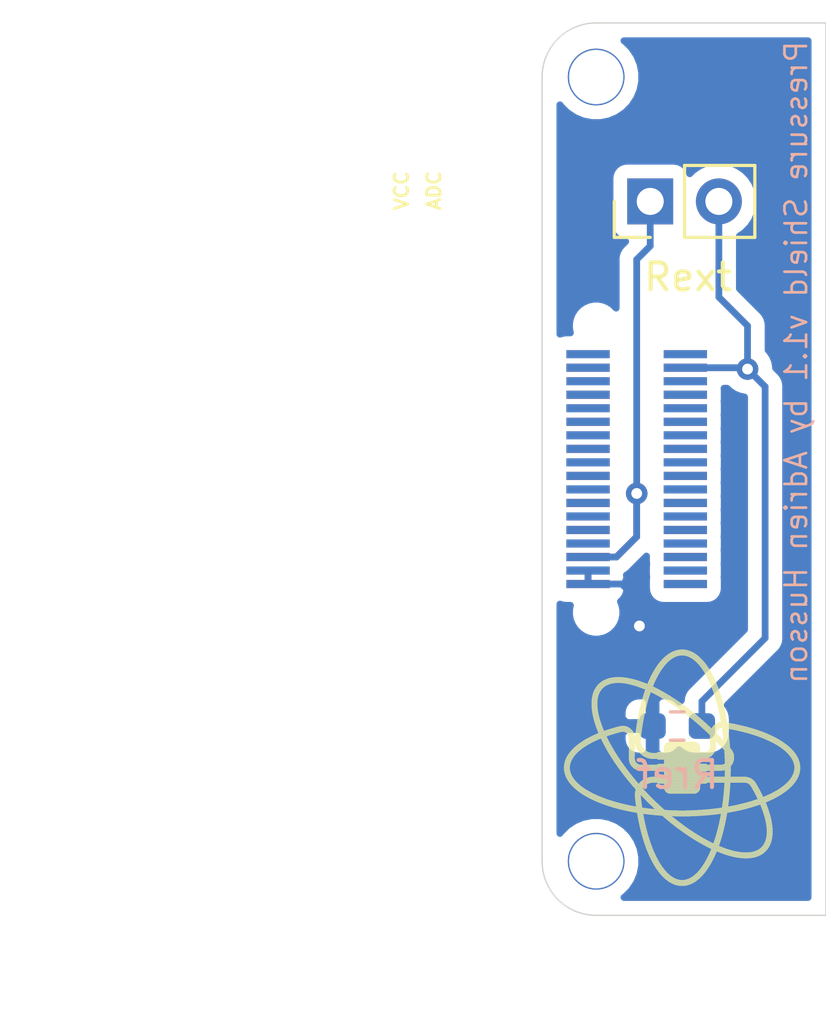
<source format=kicad_pcb>
(kicad_pcb (version 20171130) (host pcbnew "(5.1.10)-1")
  (title_block (title "Movuino Shield Pressure") (date 2021-09-23) (rev 1.0) (company CRI) (comment 1 "Adrien Husson"))
  (layers (0 F.Cu signal) (31 B.Cu signal hide) (34 B.Paste user hide) (35 F.Paste user) (36 B.SilkS user hide) (37 F.SilkS user) (38 B.Mask user hide) (39 F.Mask user) (44 Edge.Cuts user))
  (net 0 "")
  (net 1 /ADC)
  (net 2 VCC)
  (net 3 GND)
  (net 4 "Net-(J3-Pad35)")
  (net 5 "Net-(J3-Pad2)")
  (net 6 "Net-(J3-Pad33)")
  (net 7 "Net-(J3-Pad31)")
  (net 8 "Net-(J3-Pad30)")
  (net 9 "Net-(J3-Pad29)")
  (net 10 "Net-(J3-Pad28)")
  (net 11 "Net-(J3-Pad27)")
  (net 12 "Net-(J3-Pad26)")
  (net 13 "Net-(J3-Pad25)")
  (net 14 "Net-(J3-Pad24)")
  (net 15 "Net-(J3-Pad23)")
  (net 16 "Net-(J3-Pad22)")
  (net 17 "Net-(J3-Pad21)")
  (net 18 "Net-(J3-Pad20)")
  (net 19 "Net-(J3-Pad19)")
  (net 20 "Net-(J3-Pad18)")
  (net 21 "Net-(J3-Pad17)")
  (net 22 "Net-(J3-Pad16)")
  (net 23 "Net-(J3-Pad15)")
  (net 24 "Net-(J3-Pad14)")
  (net 25 "Net-(J3-Pad13)")
  (net 26 "Net-(J3-Pad12)")
  (net 27 "Net-(J3-Pad11)")
  (net 28 "Net-(J3-Pad10)")
  (net 29 "Net-(J3-Pad9)")
  (net 30 "Net-(J3-Pad8)")
  (net 31 "Net-(J3-Pad7)")
  (net 32 "Net-(J3-Pad6)")
  (net 33 "Net-(J3-Pad5)")
  (net 34 "Net-(J3-Pad4)")
  (net 35 "Net-(J1-Pad30)")
  (net 36 "Net-(J1-Pad29)")
  (net 37 "Net-(J1-Pad28)")
  (net 38 "Net-(J1-Pad27)")
  (net 39 "Net-(J1-Pad26)")
  (net 40 "Net-(J1-Pad25)")
  (net 41 "Net-(J1-Pad24)")
  (net 42 "Net-(J1-Pad23)")
  (net 43 "Net-(J1-Pad22)")
  (net 44 "Net-(J1-Pad21)")
  (net 45 "Net-(J1-Pad20)")
  (net 46 "Net-(J1-Pad19)")
  (net 47 "Net-(J1-Pad18)")
  (net 48 "Net-(J1-Pad17)")
  (net 49 "Net-(J1-Pad16)")
  (net 50 "Net-(J1-Pad15)")
  (net 51 "Net-(J1-Pad14)")
  (net 52 "Net-(J1-Pad13)")
  (net 53 "Net-(J1-Pad12)")
  (net 54 "Net-(J1-Pad11)")
  (net 55 "Net-(J1-Pad10)")
  (net 56 "Net-(J1-Pad9)")
  (net 57 "Net-(J1-Pad8)")
  (net 58 "Net-(J1-Pad7)")
  (net 59 "Net-(J1-Pad6)")
  (net 60 "Net-(J1-Pad5)")
  (net 61 "Net-(J1-Pad3)")
  (net 62 "Net-(J1-Pad1)")
  (net 63 "Net-(J1-Pad36)")
  (net 64 "Net-(J1-Pad34)")
  (net 65 "Net-(J1-Pad32)")
  (net 66 "Net-(J1-Pad2)")
  (net 67 "Net-(J3-Pad1)")
  (module MovuinoESP8266:LOGO-NoName_MOVUINO_BMP_11MM-TOP (layer F.Cu) (at 104.8 57.2)
    (fp_text reference U$8 hide)
    (fp_text value LOGO_MOVUINOBOTTOM_11MM hide)
  )
  (module MovuinoESP8266:DF12-36-DP-NL-noPad (layer F.Cu) (at 103.5 46.5 270)
    (fp_text reference J1 hide)
    (fp_text value DF12-36NOLEGS-FEMALE hide)
    (pad 35 smd rect (at 4.25 1.8001 270) (size 0.3 1.6) (layers F.Cu F.Mask) (net 3 GND))
    (pad 1 smd rect (at -4.25 1.8001 270) (size 0.3 1.6) (layers F.Cu F.Mask) (net 62 "Net-(J1-Pad1)"))
    (pad 2 smd rect (at -4.25 -1.8001 270) (size 0.3 1.6) (layers F.Cu F.Mask) (net 66 "Net-(J1-Pad2)"))
    (pad 36 smd rect (at 4.25 -1.8001 270) (size 0.3 1.6) (layers F.Cu F.Mask) (net 63 "Net-(J1-Pad36)"))
    (pad 34 smd rect (at 3.75 -1.8001 270) (size 0.3 1.6) (layers F.Cu F.Mask) (net 64 "Net-(J1-Pad34)"))
    (pad 33 smd rect (at 3.75 1.8001 270) (size 0.3 1.6) (layers F.Cu F.Mask) (net 3 GND))
    (pad 32 smd rect (at 3.25 -1.8001 270) (size 0.3 1.6) (layers F.Cu F.Mask) (net 65 "Net-(J1-Pad32)"))
    (pad 31 smd rect (at 3.25 1.8001 270) (size 0.3 1.6) (layers F.Cu F.Mask) (net 2 VCC))
    (pad 30 smd rect (at 2.75 -1.8001 270) (size 0.3 1.6) (layers F.Cu F.Mask) (net 35 "Net-(J1-Pad30)"))
    (pad 29 smd rect (at 2.75 1.8001 270) (size 0.3 1.6) (layers F.Cu F.Mask) (net 36 "Net-(J1-Pad29)"))
    (pad 28 smd rect (at 2.25 -1.8001 270) (size 0.3 1.6) (layers F.Cu F.Mask) (net 37 "Net-(J1-Pad28)"))
    (pad 27 smd rect (at 2.25 1.8001 270) (size 0.3 1.6) (layers F.Cu F.Mask) (net 38 "Net-(J1-Pad27)"))
    (pad 26 smd rect (at 1.75 -1.8001 270) (size 0.3 1.6) (layers F.Cu F.Mask) (net 39 "Net-(J1-Pad26)"))
    (pad 25 smd rect (at 1.75 1.8001 270) (size 0.3 1.6) (layers F.Cu F.Mask) (net 40 "Net-(J1-Pad25)"))
    (pad 24 smd rect (at 1.25 -1.8001 270) (size 0.3 1.6) (layers F.Cu F.Mask) (net 41 "Net-(J1-Pad24)"))
    (pad 23 smd rect (at 1.25 1.8001 270) (size 0.3 1.6) (layers F.Cu F.Mask) (net 42 "Net-(J1-Pad23)"))
    (pad 22 smd rect (at 0.75 -1.8001 270) (size 0.3 1.6) (layers F.Cu F.Mask) (net 43 "Net-(J1-Pad22)"))
    (pad 21 smd rect (at 0.75 1.8001 270) (size 0.3 1.6) (layers F.Cu F.Mask) (net 44 "Net-(J1-Pad21)"))
    (pad 20 smd rect (at 0.25 -1.8001 270) (size 0.3 1.6) (layers F.Cu F.Mask) (net 45 "Net-(J1-Pad20)"))
    (pad 19 smd rect (at 0.25 1.8001 270) (size 0.3 1.6) (layers F.Cu F.Mask) (net 46 "Net-(J1-Pad19)"))
    (pad 18 smd rect (at -0.25 -1.8001 270) (size 0.3 1.6) (layers F.Cu F.Mask) (net 47 "Net-(J1-Pad18)"))
    (pad 17 smd rect (at -0.25 1.8001 270) (size 0.3 1.6) (layers F.Cu F.Mask) (net 48 "Net-(J1-Pad17)"))
    (pad 16 smd rect (at -0.75 -1.8001 270) (size 0.3 1.6) (layers F.Cu F.Mask) (net 49 "Net-(J1-Pad16)"))
    (pad 15 smd rect (at -0.75 1.8001 270) (size 0.3 1.6) (layers F.Cu F.Mask) (net 50 "Net-(J1-Pad15)"))
    (pad 14 smd rect (at -1.25 -1.8001 270) (size 0.3 1.6) (layers F.Cu F.Mask) (net 51 "Net-(J1-Pad14)"))
    (pad 13 smd rect (at -1.25 1.8001 270) (size 0.3 1.6) (layers F.Cu F.Mask) (net 52 "Net-(J1-Pad13)"))
    (pad 12 smd rect (at -1.75 -1.8001 270) (size 0.3 1.6) (layers F.Cu F.Mask) (net 53 "Net-(J1-Pad12)"))
    (pad 11 smd rect (at -1.75 1.8001 270) (size 0.3 1.6) (layers F.Cu F.Mask) (net 54 "Net-(J1-Pad11)"))
    (pad 10 smd rect (at -2.25 -1.8001 270) (size 0.3 1.6) (layers F.Cu F.Mask) (net 55 "Net-(J1-Pad10)"))
    (pad 9 smd rect (at -2.25 1.8001 270) (size 0.3 1.6) (layers F.Cu F.Mask) (net 56 "Net-(J1-Pad9)"))
    (pad 8 smd rect (at -2.75 -1.8001 270) (size 0.3 1.6) (layers F.Cu F.Mask) (net 57 "Net-(J1-Pad8)"))
    (pad 7 smd rect (at -2.75 1.8001 270) (size 0.3 1.6) (layers F.Cu F.Mask) (net 58 "Net-(J1-Pad7)"))
    (pad 6 smd rect (at -3.25 -1.8001 270) (size 0.3 1.6) (layers F.Cu F.Mask) (net 59 "Net-(J1-Pad6)"))
    (pad 5 smd rect (at -3.25 1.8001 270) (size 0.3 1.6) (layers F.Cu F.Mask) (net 60 "Net-(J1-Pad5)"))
    (pad 4 smd rect (at -3.75 -1.8001 270) (size 0.3 1.6) (layers F.Cu F.Mask) (net 1 /ADC))
    (pad 3 smd rect (at -3.75 1.8001 270) (size 0.3 1.6) (layers F.Cu F.Mask) (net 61 "Net-(J1-Pad3)"))
  )
  (module MountingHole:MountingHole_2.1mm (layer F.Cu) (at 102 32)
    (fp_text reference REF** hide)
    (fp_text value MountingHole_2.1mm)
    (pad "" np_thru_hole circle (at 0 0) (size 2.1 2.1) (drill 2) (layers *.Cu B.Mask))
  )
  (module MountingHole:MountingHole_2.1mm (layer F.Cu) (at 102 61)
    (fp_text reference REF** hide)
    (fp_text value MountingHole_2.1mm)
    (pad "" np_thru_hole circle (at 0 0) (size 2.1 2.1) (drill 2) (layers *.Cu *.Mask))
  )
  (module Connector_PinHeader_2.54mm:PinHeader_1x02_P2.54mm_Vertical (layer F.Cu) (at 104 36.6 90)
    (fp_text reference J2 hide)
    (fp_text value Rext (at -2.8 1.4 180) (layer F.SilkS))
    (pad 2 thru_hole oval (at 0 2.54 90) (size 1.7 1.7) (drill 1) (layers *.Cu *.Mask) (net 1 /ADC))
    (pad 1 thru_hole rect (at 0 0 90) (size 1.7 1.7) (drill 1) (layers *.Cu *.Mask) (net 2 VCC))
  )
  (module MovuinoESP8266:DF12-36-DP-NL (layer B.Cu) (at 103.5 46.5 270)
    (fp_text reference J3 hide)
    (fp_text value DF12-36NOLEGS-MALE hide)
    (pad 3 smd rect (at -3.75 -1.8001 270) (size 0.3 1.6) (layers B.Cu B.Mask) (net 1 /ADC))
    (pad 4 smd rect (at -3.75 1.8001 270) (size 0.3 1.6) (layers B.Cu B.Mask) (net 34 "Net-(J3-Pad4)"))
    (pad 5 smd rect (at -3.25 -1.8001 270) (size 0.3 1.6) (layers B.Cu B.Mask) (net 33 "Net-(J3-Pad5)"))
    (pad 6 smd rect (at -3.25 1.8001 270) (size 0.3 1.6) (layers B.Cu B.Mask) (net 32 "Net-(J3-Pad6)"))
    (pad 7 smd rect (at -2.75 -1.8001 270) (size 0.3 1.6) (layers B.Cu B.Mask) (net 31 "Net-(J3-Pad7)"))
    (pad 8 smd rect (at -2.75 1.8001 270) (size 0.3 1.6) (layers B.Cu B.Mask) (net 30 "Net-(J3-Pad8)"))
    (pad 9 smd rect (at -2.25 -1.8001 270) (size 0.3 1.6) (layers B.Cu B.Mask) (net 29 "Net-(J3-Pad9)"))
    (pad 10 smd rect (at -2.25 1.8001 270) (size 0.3 1.6) (layers B.Cu B.Mask) (net 28 "Net-(J3-Pad10)"))
    (pad 11 smd rect (at -1.75 -1.8001 270) (size 0.3 1.6) (layers B.Cu B.Mask) (net 27 "Net-(J3-Pad11)"))
    (pad 12 smd rect (at -1.75 1.8001 270) (size 0.3 1.6) (layers B.Cu B.Mask) (net 26 "Net-(J3-Pad12)"))
    (pad 13 smd rect (at -1.25 -1.8001 270) (size 0.3 1.6) (layers B.Cu B.Mask) (net 25 "Net-(J3-Pad13)"))
    (pad 14 smd rect (at -1.25 1.8001 270) (size 0.3 1.6) (layers B.Cu B.Mask) (net 24 "Net-(J3-Pad14)"))
    (pad 15 smd rect (at -0.75 -1.8001 270) (size 0.3 1.6) (layers B.Cu B.Mask) (net 23 "Net-(J3-Pad15)"))
    (pad 16 smd rect (at -0.75 1.8001 270) (size 0.3 1.6) (layers B.Cu B.Mask) (net 22 "Net-(J3-Pad16)"))
    (pad 17 smd rect (at -0.25 -1.8001 270) (size 0.3 1.6) (layers B.Cu B.Mask) (net 21 "Net-(J3-Pad17)"))
    (pad 18 smd rect (at -0.25 1.8001 270) (size 0.3 1.6) (layers B.Cu B.Mask) (net 20 "Net-(J3-Pad18)"))
    (pad 19 smd rect (at 0.25 -1.8001 270) (size 0.3 1.6) (layers B.Cu B.Mask) (net 19 "Net-(J3-Pad19)"))
    (pad 20 smd rect (at 0.25 1.8001 270) (size 0.3 1.6) (layers B.Cu B.Mask) (net 18 "Net-(J3-Pad20)"))
    (pad 21 smd rect (at 0.75 -1.8001 270) (size 0.3 1.6) (layers B.Cu B.Mask) (net 17 "Net-(J3-Pad21)"))
    (pad 22 smd rect (at 0.75 1.8001 270) (size 0.3 1.6) (layers B.Cu B.Mask) (net 16 "Net-(J3-Pad22)"))
    (pad 23 smd rect (at 1.25 -1.8001 270) (size 0.3 1.6) (layers B.Cu B.Mask) (net 15 "Net-(J3-Pad23)"))
    (pad 24 smd rect (at 1.25 1.8001 270) (size 0.3 1.6) (layers B.Cu B.Mask) (net 14 "Net-(J3-Pad24)"))
    (pad 25 smd rect (at 1.75 -1.8001 270) (size 0.3 1.6) (layers B.Cu B.Mask) (net 13 "Net-(J3-Pad25)"))
    (pad 26 smd rect (at 1.75 1.8001 270) (size 0.3 1.6) (layers B.Cu B.Mask) (net 12 "Net-(J3-Pad26)"))
    (pad 27 smd rect (at 2.25 -1.8001 270) (size 0.3 1.6) (layers B.Cu B.Mask) (net 11 "Net-(J3-Pad27)"))
    (pad 28 smd rect (at 2.25 1.8001 270) (size 0.3 1.6) (layers B.Cu B.Mask) (net 10 "Net-(J3-Pad28)"))
    (pad 29 smd rect (at 2.75 -1.8001 270) (size 0.3 1.6) (layers B.Cu B.Mask) (net 9 "Net-(J3-Pad29)"))
    (pad 30 smd rect (at 2.75 1.8001 270) (size 0.3 1.6) (layers B.Cu B.Mask) (net 8 "Net-(J3-Pad30)"))
    (pad 31 smd rect (at 3.25 -1.8001 270) (size 0.3 1.6) (layers B.Cu B.Mask) (net 7 "Net-(J3-Pad31)"))
    (pad 32 smd rect (at 3.25 1.8001 270) (size 0.3 1.6) (layers B.Cu B.Mask) (net 2 VCC))
    (pad 33 smd rect (at 3.75 -1.8001 270) (size 0.3 1.6) (layers B.Cu B.Mask) (net 6 "Net-(J3-Pad33)"))
    (pad 34 smd rect (at 3.75 1.8001 270) (size 0.3 1.6) (layers B.Cu B.Mask) (net 3 GND))
    (pad 36 smd rect (at 4.25 1.8001 270) (size 0.3 1.6) (layers B.Cu B.Mask) (net 3 GND))
    (pad 2 smd rect (at -4.25 1.8001 270) (size 0.3 1.6) (layers B.Cu B.Mask) (net 5 "Net-(J3-Pad2)"))
    (pad 1 smd rect (at -4.25 -1.8001 270) (size 0.3 1.6) (layers B.Cu B.Mask) (net 67 "Net-(J3-Pad1)"))
    (pad 35 smd rect (at 4.25 -1.8001 270) (size 0.3 1.6) (layers B.Cu B.Mask) (net 4 "Net-(J3-Pad35)"))
    (pad "" np_thru_hole circle (at -5.3 1.5 270) (size 0.7 0.7) (drill 0.7) (layers *.Cu *.Mask))
    (pad "" np_thru_hole circle (at 5.3 1.5 270) (size 0.7 0.7) (drill 0.7) (layers *.Cu *.Mask))
  )
  (module Resistor_SMD:R_0603_1608Metric_Pad0.98x0.95mm_HandSolder (layer B.Cu) (at 105 56 180)
    (fp_text reference Rref (at 0 -1.8) (layer B.SilkS) (effects (justify mirror)))
    (fp_text value "330 Ohm")
    (pad 2 smd roundrect (at 0.9125 0 180) (size 0.975 0.95) (layers B.Cu B.Paste B.Mask) (net 3 GND))
    (pad 1 smd roundrect (at -0.9125 0 180) (size 0.975 0.95) (layers B.Cu B.Paste B.Mask) (net 1 /ADC))
  )
  (gr_text "Pressure Shield v1.1 by Adrien Husson" (at 109.4 30.6 90) (layer B.SilkS) (effects (font (size 0.8 0.8) (thickness 0.1)) (justify left mirror)))
  (gr_text ADC (at 96 36.2 90) (layer F.SilkS) (effects (font (size 0.5 0.5) (thickness 0.1))))
  (gr_text VCC (at 94.8 36.2 90) (layer F.SilkS) (effects (font (size 0.5 0.5) (thickness 0.1))))
  (gr_arc (start 102 61) (end 100 61) (angle -90) (layer Edge.Cuts) (width 0.05))
  (gr_line (start 102 30) (end 110.5 30) (layer Edge.Cuts) (width 0.05))
  (gr_arc (start 102 32) (end 102 30) (angle -90) (layer Edge.Cuts) (width 0.05))
  (gr_line (start 100 32) (end 100 61) (layer Edge.Cuts) (width 0.05))
  (gr_line (start 110.5 63) (end 102 63) (layer Edge.Cuts) (width 0.05))
  (gr_line (start 110.5 30) (end 110.5 63) (layer Edge.Cuts) (width 0.05))
  (via (at 107.6 42.8) (size 0.8) (drill 0.4) (layers F.Cu B.Cu) (net 1))
  (segment (start 107.55 42.75) (end 107.6 42.8) (width 0.25) (layer B.Cu) (net 1))
  (segment (start 105.9001 42.75) (end 107.55 42.75) (width 0.25) (layer B.Cu) (net 1))
  (segment (start 107.6 41.2) (end 107.6 42.8) (width 0.25) (layer B.Cu) (net 1))
  (segment (start 106.54 40.14) (end 107.6 41.2) (width 0.25) (layer B.Cu) (net 1))
  (segment (start 105.9125 55.0875) (end 105.9125 56) (width 0.25) (layer B.Cu) (net 1))
  (segment (start 108.25 52.75) (end 105.9125 55.0875) (width 0.25) (layer B.Cu) (net 1))
  (segment (start 108.25 43.45) (end 108.25 52.75) (width 0.25) (layer B.Cu) (net 1))
  (segment (start 107.6 42.8) (end 108.25 43.45) (width 0.25) (layer B.Cu) (net 1))
  (segment (start 107.55 42.75) (end 107.6 42.8) (width 0.25) (layer F.Cu) (net 1))
  (segment (start 105.3001 42.75) (end 107.55 42.75) (width 0.25) (layer F.Cu) (net 1))
  (segment (start 106.54 40.14) (end 106.54 36.6) (width 0.25) (layer B.Cu) (net 1))
  (segment (start 101.6999 49.75) (end 102.75 49.75) (width 0.25) (layer B.Cu) (net 2))
  (segment (start 102.75 49.75) (end 103.5 49) (width 0.25) (layer B.Cu) (net 2))
  (segment (start 103.5 47.4) (end 103.5 38.75) (width 0.25) (layer B.Cu) (net 2))
  (segment (start 101.6999 49.75) (end 102.7499 49.75) (width 0.25) (layer F.Cu) (net 2))
  (segment (start 102.7499 49.75) (end 103.5 48.9999) (width 0.25) (layer F.Cu) (net 2))
  (segment (start 103.5 48.9999) (end 103.5 47.4) (width 0.25) (layer F.Cu) (net 2))
  (via (at 103.5 47.4) (size 0.8) (drill 0.4) (layers F.Cu B.Cu) (net 2))
  (segment (start 103.5 49) (end 103.5 47.4) (width 0.25) (layer B.Cu) (net 2))
  (segment (start 103.5 38.75) (end 104 38.25) (width 0.25) (layer B.Cu) (net 2))
  (segment (start 104 38.25) (end 104 36.6) (width 0.25) (layer B.Cu) (net 2))
  (segment (start 101.6999 50.75) (end 103.25 50.75) (width 0.25) (layer B.Cu) (net 3))
  (segment (start 101.6999 50.25) (end 101.6999 50.75) (width 0.25) (layer B.Cu) (net 3))
  (segment (start 101.6999 50.25) (end 101.6999 50.75) (width 0.25) (layer F.Cu) (net 3))
  (segment (start 101.6999 50.75) (end 103.25 50.75) (width 0.25) (layer F.Cu) (net 3))
  (via (at 103.6 52.3) (size 0.8) (drill 0.4) (layers F.Cu B.Cu) (net 3))
  (segment (start 103.6 51.1) (end 103.6 52.3) (width 0.25) (layer F.Cu) (net 3))
  (segment (start 103.25 50.75) (end 103.6 51.1) (width 0.25) (layer F.Cu) (net 3))
  (zone (net 3) (net_name GND) (layer B.Cu) (connect_pads (clearance 0.508)) (min_thickness 0.254) (fill yes (arc_segments 32) (thermal_gap 0.508) (thermal_bridge_width 0.508))
    (polygon (pts (xy 110.5 54) (xy 110.5 63) (xy 100 63) (xy 100 30) (xy 110.5 30)))
  )
)
</source>
